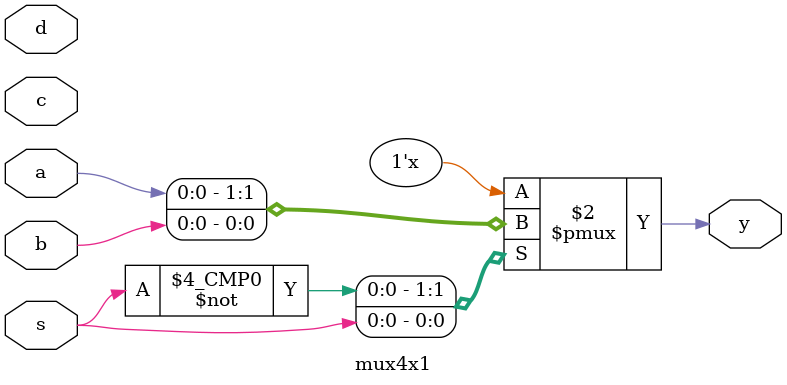
<source format=v>
module mux4x1(a,b,c,d,s,y);
input a,b,c,d;
input s;
output reg y;
always @(*)
begin
case(s)
0:y=a;
1:y=b;
2:y=c;
3:y=d;
endcase
end
endmodule


</source>
